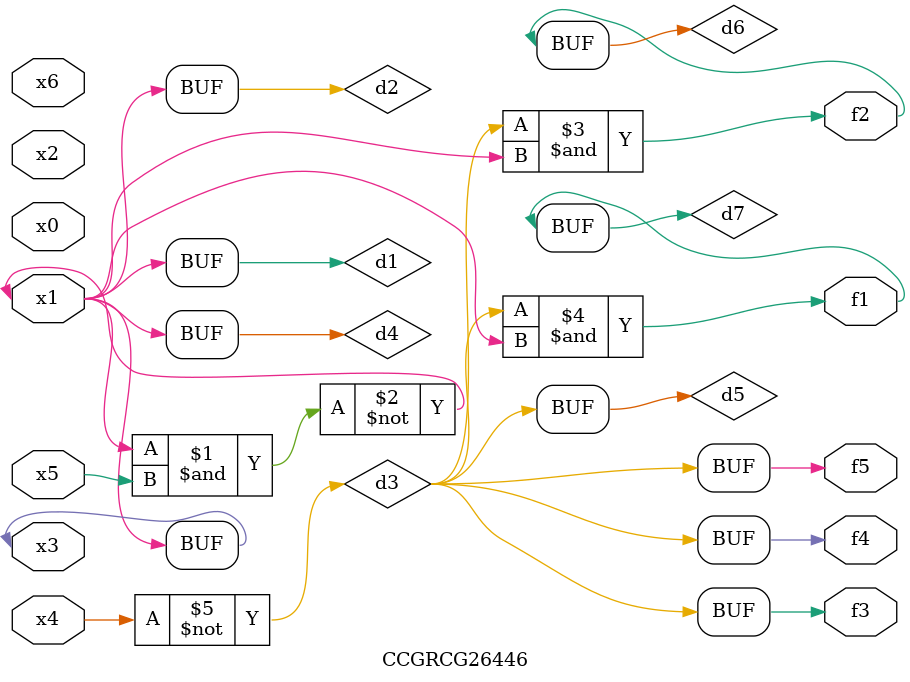
<source format=v>
module CCGRCG26446(
	input x0, x1, x2, x3, x4, x5, x6,
	output f1, f2, f3, f4, f5
);

	wire d1, d2, d3, d4, d5, d6, d7;

	buf (d1, x1, x3);
	nand (d2, x1, x5);
	not (d3, x4);
	buf (d4, d1, d2);
	buf (d5, d3);
	and (d6, d3, d4);
	and (d7, d3, d4);
	assign f1 = d7;
	assign f2 = d6;
	assign f3 = d5;
	assign f4 = d5;
	assign f5 = d5;
endmodule

</source>
